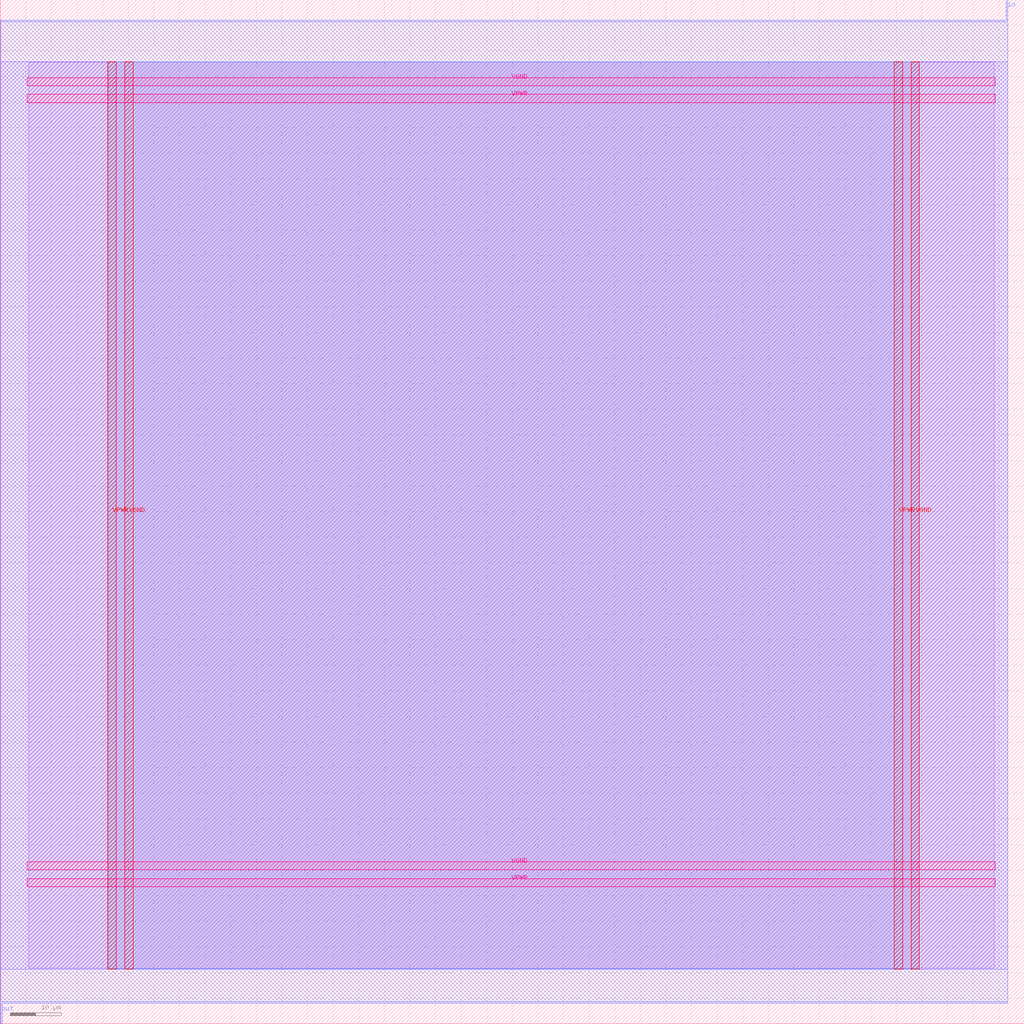
<source format=lef>
VERSION 5.7 ;
  NOWIREEXTENSIONATPIN ON ;
  DIVIDERCHAR "/" ;
  BUSBITCHARS "[]" ;
MACRO inverter
  CLASS BLOCK ;
  FOREIGN inverter ;
  ORIGIN 0.000 0.000 ;
  SIZE 200.000 BY 200.000 ;
  PIN VGND
    DIRECTION INOUT ;
    USE GROUND ;
    PORT
      LAYER met4 ;
        RECT 24.340 10.640 25.940 187.920 ;
    END
    PORT
      LAYER met4 ;
        RECT 177.940 10.640 179.540 187.920 ;
    END
    PORT
      LAYER met5 ;
        RECT 5.280 30.030 194.360 31.630 ;
    END
    PORT
      LAYER met5 ;
        RECT 5.280 183.210 194.360 184.810 ;
    END
  END VGND
  PIN VPWR
    DIRECTION INOUT ;
    USE POWER ;
    PORT
      LAYER met4 ;
        RECT 21.040 10.640 22.640 187.920 ;
    END
    PORT
      LAYER met4 ;
        RECT 174.640 10.640 176.240 187.920 ;
    END
    PORT
      LAYER met5 ;
        RECT 5.280 26.730 194.360 28.330 ;
    END
    PORT
      LAYER met5 ;
        RECT 5.280 179.910 194.360 181.510 ;
    END
  END VPWR
  PIN in
    DIRECTION INPUT ;
    USE SIGNAL ;
    ANTENNAGATEAREA 0.213000 ;
    PORT
      LAYER met2 ;
        RECT 196.510 196.000 196.790 200.000 ;
    END
  END in
  PIN out
    DIRECTION OUTPUT TRISTATE ;
    USE SIGNAL ;
    ANTENNADIFFAREA 0.795200 ;
    PORT
      LAYER met2 ;
        RECT 0.090 0.000 0.370 4.000 ;
    END
  END out
  OBS
      LAYER li1 ;
        RECT 5.520 10.795 194.120 187.765 ;
      LAYER met1 ;
        RECT 0.070 10.640 196.810 187.920 ;
      LAYER met2 ;
        RECT 0.100 195.720 196.230 196.000 ;
        RECT 0.100 4.280 196.780 195.720 ;
        RECT 0.650 4.000 196.780 4.280 ;
      LAYER met3 ;
        RECT 21.050 10.715 179.530 187.845 ;
  END
END inverter
END LIBRARY


</source>
